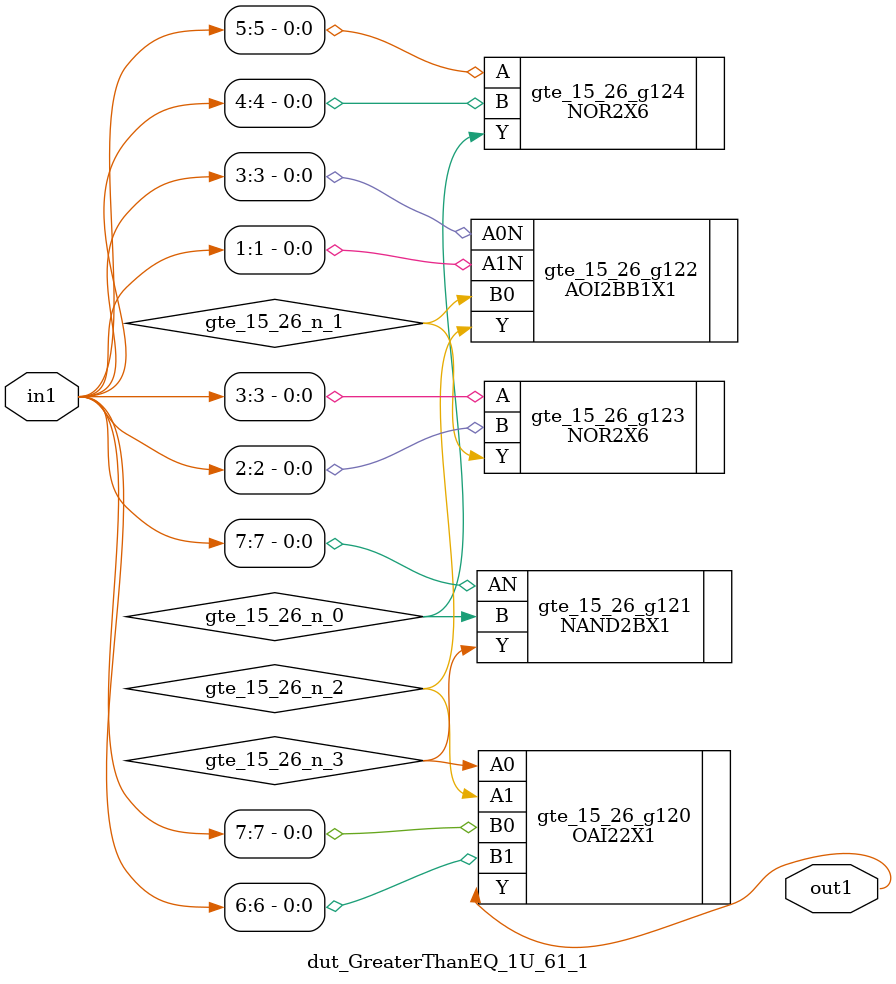
<source format=v>
`timescale 1ps / 1ps


module dut_GreaterThanEQ_1U_61_1(in1, out1);
  input [7:0] in1;
  output out1;
  wire [7:0] in1;
  wire out1;
  wire gte_15_26_n_0, gte_15_26_n_1, gte_15_26_n_2, gte_15_26_n_3;
  OAI22X1 gte_15_26_g120(.A0 (gte_15_26_n_3), .A1 (gte_15_26_n_2), .B0
       (in1[7]), .B1 (in1[6]), .Y (out1));
  NAND2BX1 gte_15_26_g121(.AN (in1[7]), .B (gte_15_26_n_0), .Y
       (gte_15_26_n_3));
  AOI2BB1X1 gte_15_26_g122(.A0N (in1[3]), .A1N (in1[1]), .B0
       (gte_15_26_n_1), .Y (gte_15_26_n_2));
  NOR2X6 gte_15_26_g123(.A (in1[3]), .B (in1[2]), .Y (gte_15_26_n_1));
  NOR2X6 gte_15_26_g124(.A (in1[5]), .B (in1[4]), .Y (gte_15_26_n_0));
endmodule



</source>
